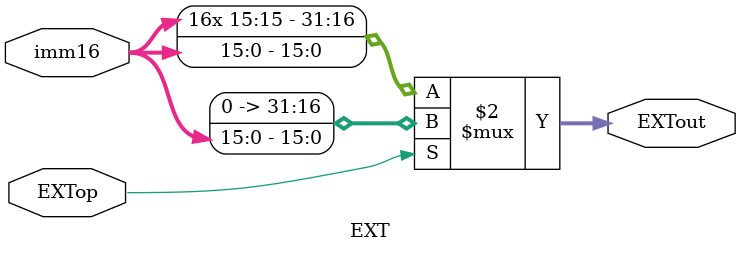
<source format=v>
`timescale 1ns / 1ps
module EXT(
		input [15:0] imm16,
		input EXTop,
		output [31:0] EXTout
    );
	 
	
		assign EXTout = (EXTop == 1) ? {{16{1'b0}},imm16} : {{16{imm16[15]}},imm16};

endmodule

</source>
